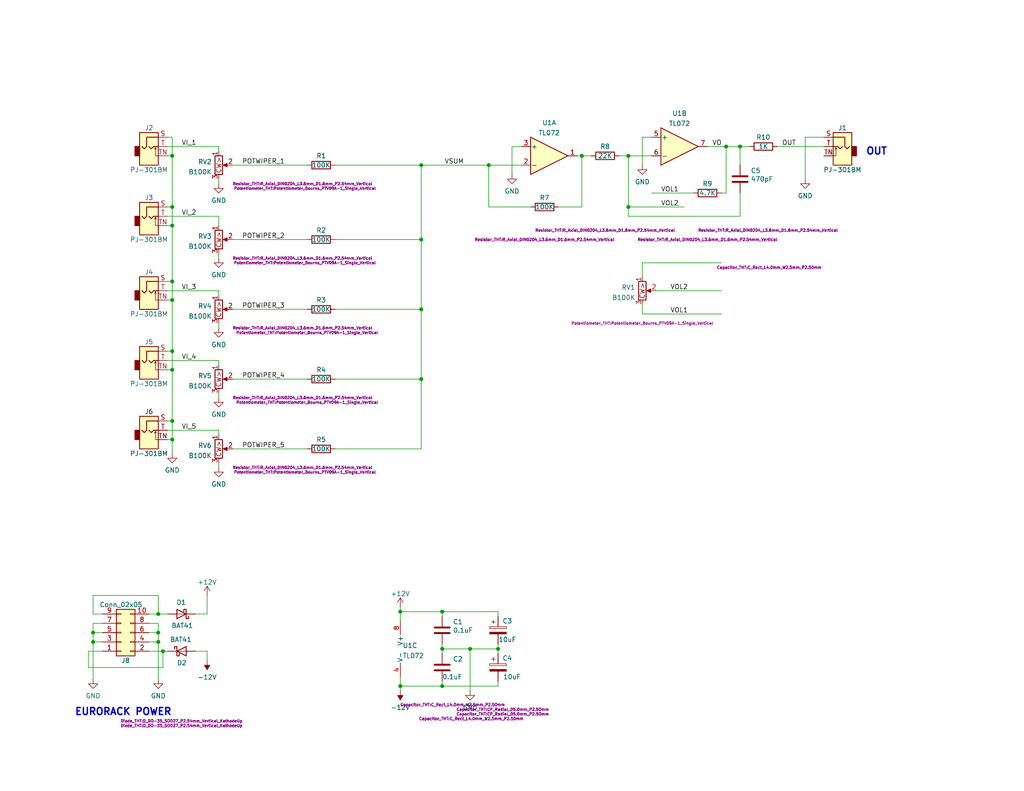
<source format=kicad_sch>
(kicad_sch (version 20211123) (generator eeschema)
  (paper "A")
  (title_block (title "SYNTH-MIXER5-01") (date "2022-10-04") (rev "1") (comment 1 "5 CHANNEL MIXER") (comment 2 "https://note.com/solder_state/n/nffc1a33053be"))
  (lib_symbols
    (symbol "Amplifier_Operational:TL072" (pin_names (offset 0.127))
      (property "Reference" "U" (at 0 5.08 0))
      (property "Value" "TL072" (at 0 -5.08 0))
      (symbol "TL072_1_1"
        (polyline (pts (xy -5.08 5.08) (xy 5.08 0) (xy -5.08 -5.08) (xy -5.08 5.08)) (stroke (width 0.254)) (fill (type background)))
        (pin output line (at 7.62 0 180) (length 2.54) (name "~") (number "1"))
        (pin input line (at -7.62 -2.54 0) (length 2.54) (name "-") (number "2"))
        (pin input line (at -7.62 2.54 0) (length 2.54) (name "+") (number "3"))
      )
      (symbol "TL072_2_1"
        (polyline (pts (xy -5.08 5.08) (xy 5.08 0) (xy -5.08 -5.08) (xy -5.08 5.08)) (stroke (width 0.254)) (fill (type background)))
        (pin input line (at -7.62 2.54 0) (length 2.54) (name "+") (number "5"))
        (pin input line (at -7.62 -2.54 0) (length 2.54) (name "-") (number "6"))
        (pin output line (at 7.62 0 180) (length 2.54) (name "~") (number "7"))
      )
      (symbol "TL072_3_1"
        (pin power_in line (at -2.54 -7.62 90) (length 3.81) (name "V-") (number "4"))
        (pin power_in line (at -2.54 7.62 270) (length 3.81) (name "V+") (number "8"))
      )
    )
    (symbol "Connector:AudioJack2_SwitchT"
      (property "Reference" "J" (at 0 8.89 0))
      (property "Value" "AudioJack2_SwitchT" (at 0 6.35 0))
      (symbol "AudioJack2_SwitchT_0_1"
        (rectangle (start -2.54 0) (end -3.81 -2.54) (stroke (width 0.254)) (fill (type outline)))
        (polyline (pts (xy 1.778 -0.254) (xy 2.032 -0.762)))
        (polyline (pts (xy 0 0) (xy 0.635 -0.635) (xy 1.27 0) (xy 2.54 0)) (stroke (width 0.254)))
        (polyline (pts (xy 2.54 -2.54) (xy 1.778 -2.54) (xy 1.778 -0.254) (xy 1.524 -0.762)))
        (polyline (pts (xy 2.54 2.54) (xy -0.635 2.54) (xy -0.635 0) (xy -1.27 -0.635) (xy -1.905 0)) (stroke (width 0.254)))
        (rectangle (start 2.54 3.81) (end -2.54 -5.08) (stroke (width 0.254)) (fill (type background)))
      )
      (symbol "AudioJack2_SwitchT_1_1"
        (pin passive line (at 5.08 2.54 180) (length 2.54) (name "~") (number "S"))
        (pin passive line (at 5.08 0 180) (length 2.54) (name "~") (number "T"))
        (pin passive line (at 5.08 -2.54 180) (length 2.54) (name "~") (number "TN"))
      )
    )
    (symbol "Connector_Generic:Conn_02x05_Odd_Even" (pin_names (offset 1.016) hide)
      (property "Reference" "J" (at 1.27 7.62 0))
      (property "Value" "Conn_02x05_Odd_Even" (at 1.27 -7.62 0))
      (symbol "Conn_02x05_Odd_Even_1_1"
        (rectangle (start -1.27 -4.953) (end 0 -5.207) (stroke (width 0.1524)))
        (rectangle (start -1.27 -2.413) (end 0 -2.667) (stroke (width 0.1524)))
        (rectangle (start -1.27 0.127) (end 0 -0.127) (stroke (width 0.1524)))
        (rectangle (start -1.27 2.667) (end 0 2.413) (stroke (width 0.1524)))
        (rectangle (start -1.27 5.207) (end 0 4.953) (stroke (width 0.1524)))
        (rectangle (start -1.27 6.35) (end 3.81 -6.35) (stroke (width 0.254)) (fill (type background)))
        (rectangle (start 3.81 -4.953) (end 2.54 -5.207) (stroke (width 0.1524)))
        (rectangle (start 3.81 -2.413) (end 2.54 -2.667) (stroke (width 0.1524)))
        (rectangle (start 3.81 0.127) (end 2.54 -0.127) (stroke (width 0.1524)))
        (rectangle (start 3.81 2.667) (end 2.54 2.413) (stroke (width 0.1524)))
        (rectangle (start 3.81 5.207) (end 2.54 4.953) (stroke (width 0.1524)))
        (pin passive line (at -5.08 5.08 0) (length 3.81) (name "Pin_1") (number "1"))
        (pin passive line (at 7.62 -5.08 180) (length 3.81) (name "Pin_10") (number "10"))
        (pin passive line (at 7.62 5.08 180) (length 3.81) (name "Pin_2") (number "2"))
        (pin passive line (at -5.08 2.54 0) (length 3.81) (name "Pin_3") (number "3"))
        (pin passive line (at 7.62 2.54 180) (length 3.81) (name "Pin_4") (number "4"))
        (pin passive line (at -5.08 0 0) (length 3.81) (name "Pin_5") (number "5"))
        (pin passive line (at 7.62 0 180) (length 3.81) (name "Pin_6") (number "6"))
        (pin passive line (at -5.08 -2.54 0) (length 3.81) (name "Pin_7") (number "7"))
        (pin passive line (at 7.62 -2.54 180) (length 3.81) (name "Pin_8") (number "8"))
        (pin passive line (at -5.08 -5.08 0) (length 3.81) (name "Pin_9") (number "9"))
      )
    )
    (symbol "Device:C" (pin_numbers hide) (pin_names (offset 0.254))
      (property "Reference" "C" (at 0.635 2.54 0))
      (property "Value" "C" (at 0.635 -2.54 0))
      (symbol "C_0_1"
        (polyline (pts (xy -2.032 -0.762) (xy 2.032 -0.762)) (stroke (width 0.508)))
        (polyline (pts (xy -2.032 0.762) (xy 2.032 0.762)) (stroke (width 0.508)))
      )
      (symbol "C_1_1"
        (pin passive line (at 0 3.81 270) (length 2.794) (name "~") (number "1"))
        (pin passive line (at 0 -3.81 90) (length 2.794) (name "~") (number "2"))
      )
    )
    (symbol "Device:C_Polarized" (pin_numbers hide) (pin_names (offset 0.254))
      (property "Reference" "C" (at 0.635 2.54 0))
      (property "Value" "C_Polarized" (at 0.635 -2.54 0))
      (symbol "C_Polarized_0_1"
        (rectangle (start -2.286 0.508) (end 2.286 1.016))
        (polyline (pts (xy -1.778 2.286) (xy -0.762 2.286)))
        (polyline (pts (xy -1.27 2.794) (xy -1.27 1.778)))
        (rectangle (start 2.286 -0.508) (end -2.286 -1.016) (fill (type outline)))
      )
      (symbol "C_Polarized_1_1"
        (pin passive line (at 0 3.81 270) (length 2.794) (name "~") (number "1"))
        (pin passive line (at 0 -3.81 90) (length 2.794) (name "~") (number "2"))
      )
    )
    (symbol "Device:D_Schottky" (pin_numbers hide) (pin_names (offset 1.016) hide)
      (property "Reference" "D" (at 0 2.54 0))
      (property "Value" "D_Schottky" (at 0 -2.54 0))
      (symbol "D_Schottky_0_1"
        (polyline (pts (xy 1.27 0) (xy -1.27 0)))
        (polyline (pts (xy 1.27 1.27) (xy 1.27 -1.27) (xy -1.27 0) (xy 1.27 1.27)) (stroke (width 0.254)))
        (polyline (pts (xy -1.905 0.635) (xy -1.905 1.27) (xy -1.27 1.27) (xy -1.27 -1.27) (xy -0.635 -1.27) (xy -0.635 -0.635)) (stroke (width 0.254)))
      )
      (symbol "D_Schottky_1_1"
        (pin passive line (at -3.81 0 0) (length 2.54) (name "K") (number "1"))
        (pin passive line (at 3.81 0 180) (length 2.54) (name "A") (number "2"))
      )
    )
    (symbol "Device:R" (pin_numbers hide) (pin_names (offset 0))
      (property "Reference" "R" (at 2.032 0 90))
      (property "Value" "R" (at 0 0 90))
      (symbol "R_0_1"
        (rectangle (start -1.016 -2.54) (end 1.016 2.54) (stroke (width 0.254)))
      )
      (symbol "R_1_1"
        (pin passive line (at 0 3.81 270) (length 1.27) (name "~") (number "1"))
        (pin passive line (at 0 -3.81 90) (length 1.27) (name "~") (number "2"))
      )
    )
    (symbol "LandBoards_Conns:R_Pot_CW" (pin_names (offset 1.016) hide)
      (property "Reference" "RV" (at -1.27 1.27 0))
      (property "Value" "R_Pot_CW" (at -1.27 -1.27 0))
      (symbol "R_Pot_CW_0_0"
        (text "CW>" (at 0 0 900) (effects (font (size 1.27 1.27))))
      )
      (symbol "R_Pot_CW_0_1"
        (polyline (pts (xy 2.54 0) (xy 1.524 0)))
        (polyline (pts (xy 1.143 0) (xy 2.286 0.508) (xy 2.286 -0.508) (xy 1.143 0)) (fill (type outline)))
        (rectangle (start 1.016 2.54) (end -1.016 -2.54) (stroke (width 0.254)))
      )
      (symbol "R_Pot_CW_1_1"
        (pin passive line (at 0 3.81 270) (length 1.27) (name "1") (number "1"))
        (pin passive line (at 3.81 0 180) (length 1.27) (name "2") (number "2"))
        (pin passive line (at 0 -3.81 90) (length 1.27) (name "3") (number "3"))
      )
    )
    (symbol "power:+12V" (power) (pin_names (offset 0))
      (property "Value" "+12V" (at 0 3.556 0))
      (symbol "+12V_0_1"
        (polyline (pts (xy -0.762 1.27) (xy 0 2.54)))
        (polyline (pts (xy 0 0) (xy 0 2.54)))
        (polyline (pts (xy 0 2.54) (xy 0.762 1.27)))
      )
      (symbol "+12V_1_1"
        (pin power_in line (at 0 0 90) (length 0) hide (name "+12V") (number "1"))
      )
    )
    (symbol "power:-12V" (power) (pin_names (offset 0))
      (property "Value" "-12V" (at 0 3.81 0))
      (symbol "-12V_0_0"
        (pin power_in line (at 0 0 90) (length 0) hide (name "-12V") (number "1"))
      )
      (symbol "-12V_0_1"
        (polyline (pts (xy 0 0) (xy 0 1.27) (xy 0.762 1.27) (xy 0 2.54) (xy -0.762 1.27) (xy 0 1.27)) (fill (type outline)))
      )
    )
    (symbol "power:GND" (power) (pin_names (offset 0))
      (property "Value" "GND" (at 0 -3.81 0))
      (symbol "GND_0_1"
        (polyline (pts (xy 0 0) (xy 0 -1.27) (xy 1.27 -1.27) (xy 0 -2.54) (xy -1.27 -1.27) (xy 0 -1.27)))
      )
      (symbol "GND_1_1"
        (pin power_in line (at 0 0 270) (length 0) hide (name "GND") (number "1"))
      )
    )
  )
  (junction (at 133.35 45.085))
  (junction (at 46.99 56.515))
  (junction (at 114.935 84.455))
  (junction (at 46.99 42.545))
  (junction (at 114.935 45.085))
  (junction (at 109.22 167.005))
  (junction (at 128.27 177.165))
  (junction (at 25.4 172.72))
  (junction (at 114.935 65.405))
  (junction (at 46.99 81.915))
  (junction (at 46.99 114.935))
  (junction (at 171.45 42.545))
  (junction (at 44.45 177.8))
  (junction (at 114.935 103.505))
  (junction (at 46.99 95.885))
  (junction (at 46.99 120.015))
  (junction (at 109.22 187.325))
  (junction (at 46.99 76.835))
  (junction (at 201.93 40.005))
  (junction (at 171.45 56.515))
  (junction (at 43.18 175.26))
  (junction (at 120.65 187.325))
  (junction (at 43.18 167.64))
  (junction (at 120.65 177.165))
  (junction (at 46.99 100.965))
  (junction (at 120.65 167.005))
  (junction (at 135.89 177.165))
  (junction (at 25.4 175.26))
  (junction (at 46.99 61.595))
  (junction (at 198.12 40.005))
  (junction (at 158.75 42.545))
  (junction (at 43.18 172.72))
  (wire (pts (xy 25.4 170.18) (xy 25.4 172.72)))
  (wire (pts (xy 46.99 81.915) (xy 46.99 95.885)))
  (wire (pts (xy 91.44 103.505) (xy 114.935 103.505)))
  (wire (pts (xy 46.99 61.595) (xy 46.99 76.835)))
  (wire (pts (xy 43.18 162.56) (xy 43.18 167.64)))
  (wire (pts (xy 53.34 177.8) (xy 56.515 177.8)))
  (wire (pts (xy 59.69 88.265) (xy 59.69 89.535)))
  (wire (pts (xy 45.72 98.425) (xy 59.69 98.425)))
  (wire (pts (xy 46.99 120.015) (xy 45.72 120.015)))
  (wire (pts (xy 59.69 69.215) (xy 59.69 70.485)))
  (wire (pts (xy 25.4 175.26) (xy 27.94 175.26)))
  (wire (pts (xy 171.45 56.515) (xy 171.45 59.055)))
  (wire (pts (xy 120.65 167.005) (xy 135.89 167.005)))
  (wire (pts (xy 27.94 170.18) (xy 25.4 170.18)))
  (wire (pts (xy 114.935 45.085) (xy 133.35 45.085)))
  (wire (pts (xy 25.4 172.72) (xy 25.4 175.26)))
  (wire (pts (xy 114.935 65.405) (xy 114.935 84.455)))
  (wire (pts (xy 135.89 187.325) (xy 135.89 186.055)))
  (wire (pts (xy 128.27 177.165) (xy 135.89 177.165)))
  (wire (pts (xy 46.99 114.935) (xy 46.99 120.015)))
  (wire (pts (xy 27.94 167.64) (xy 25.4 167.64)))
  (wire (pts (xy 46.99 100.965) (xy 46.99 114.935)))
  (wire (pts (xy 56.515 162.56) (xy 56.515 167.64)))
  (wire (pts (xy 46.99 61.595) (xy 45.72 61.595)))
  (wire (pts (xy 135.89 167.005) (xy 135.89 168.275)))
  (wire (pts (xy 109.22 187.325) (xy 120.65 187.325)))
  (wire (pts (xy 135.89 177.165) (xy 135.89 175.895)))
  (wire (pts (xy 139.7 47.625) (xy 139.7 40.005)))
  (wire (pts (xy 171.45 42.545) (xy 171.45 56.515)))
  (wire (pts (xy 53.34 167.64) (xy 56.515 167.64)))
  (wire (pts (xy 27.94 177.8) (xy 24.13 177.8)))
  (wire (pts (xy 59.69 118.745) (xy 59.69 117.475)))
  (wire (pts (xy 46.99 120.015) (xy 46.99 123.825)))
  (wire (pts (xy 46.99 42.545) (xy 46.99 56.515)))
  (wire (pts (xy 120.65 187.325) (xy 135.89 187.325)))
  (wire (pts (xy 45.72 117.475) (xy 59.69 117.475)))
  (wire (pts (xy 44.45 177.8) (xy 45.72 177.8)))
  (wire (pts (xy 45.72 37.465) (xy 46.99 37.465)))
  (wire (pts (xy 46.99 37.465) (xy 46.99 42.545)))
  (wire (pts (xy 40.64 167.64) (xy 43.18 167.64)))
  (wire (pts (xy 59.69 40.005) (xy 59.69 41.275)))
  (wire (pts (xy 43.18 167.64) (xy 45.72 167.64)))
  (wire (pts (xy 204.47 40.005) (xy 201.93 40.005)))
  (wire (pts (xy 177.8 52.705) (xy 189.23 52.705)))
  (wire (pts (xy 45.72 114.935) (xy 46.99 114.935)))
  (wire (pts (xy 120.65 175.895) (xy 120.65 177.165)))
  (wire (pts (xy 44.45 182.245) (xy 24.13 182.245)))
  (wire (pts (xy 168.91 42.545) (xy 171.45 42.545)))
  (wire (pts (xy 175.26 85.725) (xy 196.85 85.725)))
  (wire (pts (xy 59.69 61.595) (xy 59.69 59.055)))
  (wire (pts (xy 46.99 42.545) (xy 45.72 42.545)))
  (wire (pts (xy 91.44 122.555) (xy 114.935 122.555)))
  (wire (pts (xy 44.45 177.8) (xy 44.45 182.245)))
  (wire (pts (xy 83.82 84.455) (xy 63.5 84.455)))
  (wire (pts (xy 157.48 42.545) (xy 158.75 42.545)))
  (wire (pts (xy 175.26 45.085) (xy 175.26 37.465)))
  (wire (pts (xy 144.78 56.515) (xy 133.35 56.515)))
  (wire (pts (xy 133.35 45.085) (xy 142.24 45.085)))
  (wire (pts (xy 43.18 175.26) (xy 43.18 185.42)))
  (wire (pts (xy 158.75 56.515) (xy 152.4 56.515)))
  (wire (pts (xy 91.44 84.455) (xy 114.935 84.455)))
  (wire (pts (xy 25.4 167.64) (xy 25.4 162.56)))
  (wire (pts (xy 45.72 76.835) (xy 46.99 76.835)))
  (wire (pts (xy 45.72 56.515) (xy 46.99 56.515)))
  (wire (pts (xy 43.18 170.18) (xy 43.18 172.72)))
  (wire (pts (xy 196.85 52.705) (xy 198.12 52.705)))
  (wire (pts (xy 83.82 122.555) (xy 63.5 122.555)))
  (wire (pts (xy 25.4 162.56) (xy 43.18 162.56)))
  (wire (pts (xy 40.64 170.18) (xy 43.18 170.18)))
  (wire (pts (xy 171.45 59.055) (xy 201.93 59.055)))
  (wire (pts (xy 158.75 42.545) (xy 158.75 56.515)))
  (wire (pts (xy 40.64 175.26) (xy 43.18 175.26)))
  (wire (pts (xy 109.22 187.325) (xy 109.22 188.595)))
  (wire (pts (xy 45.72 95.885) (xy 46.99 95.885)))
  (wire (pts (xy 139.7 40.005) (xy 142.24 40.005)))
  (wire (pts (xy 109.22 165.735) (xy 109.22 167.005)))
  (wire (pts (xy 46.99 56.515) (xy 46.99 61.595)))
  (wire (pts (xy 219.71 37.465) (xy 219.71 48.895)))
  (wire (pts (xy 59.69 107.315) (xy 59.69 108.585)))
  (wire (pts (xy 109.22 167.005) (xy 109.22 169.545)))
  (wire (pts (xy 201.93 40.005) (xy 198.12 40.005)))
  (wire (pts (xy 175.26 71.755) (xy 196.85 71.755)))
  (wire (pts (xy 120.65 177.165) (xy 128.27 177.165)))
  (wire (pts (xy 109.22 184.785) (xy 109.22 187.325)))
  (wire (pts (xy 120.65 186.055) (xy 120.65 187.325)))
  (wire (pts (xy 59.69 80.645) (xy 59.69 79.375)))
  (wire (pts (xy 46.99 76.835) (xy 46.99 81.915)))
  (wire (pts (xy 120.65 167.005) (xy 120.65 168.275)))
  (wire (pts (xy 201.93 40.005) (xy 201.93 45.085)))
  (wire (pts (xy 25.4 175.26) (xy 25.4 185.42)))
  (wire (pts (xy 133.35 56.515) (xy 133.35 45.085)))
  (wire (pts (xy 201.93 59.055) (xy 201.93 52.705)))
  (wire (pts (xy 114.935 103.505) (xy 114.935 122.555)))
  (wire (pts (xy 56.515 177.8) (xy 56.515 180.34)))
  (wire (pts (xy 59.69 48.895) (xy 59.69 50.165)))
  (wire (pts (xy 46.99 81.915) (xy 45.72 81.915)))
  (wire (pts (xy 45.72 40.005) (xy 59.69 40.005)))
  (wire (pts (xy 43.18 172.72) (xy 43.18 175.26)))
  (wire (pts (xy 212.09 40.005) (xy 224.79 40.005)))
  (wire (pts (xy 179.07 79.375) (xy 196.85 79.375)))
  (wire (pts (xy 175.26 37.465) (xy 177.8 37.465)))
  (wire (pts (xy 40.64 177.8) (xy 44.45 177.8)))
  (wire (pts (xy 171.45 56.515) (xy 186.69 56.515)))
  (wire (pts (xy 45.72 79.375) (xy 59.69 79.375)))
  (wire (pts (xy 91.44 65.405) (xy 114.935 65.405)))
  (wire (pts (xy 171.45 42.545) (xy 177.8 42.545)))
  (wire (pts (xy 59.69 99.695) (xy 59.69 98.425)))
  (wire (pts (xy 24.13 182.245) (xy 24.13 177.8)))
  (wire (pts (xy 175.26 83.185) (xy 175.26 85.725)))
  (wire (pts (xy 135.89 178.435) (xy 135.89 177.165)))
  (wire (pts (xy 109.22 167.005) (xy 120.65 167.005)))
  (wire (pts (xy 91.44 45.085) (xy 114.935 45.085)))
  (wire (pts (xy 63.5 65.405) (xy 83.82 65.405)))
  (wire (pts (xy 158.75 42.545) (xy 161.29 42.545)))
  (wire (pts (xy 120.65 177.165) (xy 120.65 178.435)))
  (wire (pts (xy 40.64 172.72) (xy 43.18 172.72)))
  (wire (pts (xy 25.4 172.72) (xy 27.94 172.72)))
  (wire (pts (xy 175.26 75.565) (xy 175.26 71.755)))
  (wire (pts (xy 114.935 45.085) (xy 114.935 65.405)))
  (wire (pts (xy 59.69 126.365) (xy 59.69 127.635)))
  (wire (pts (xy 224.79 37.465) (xy 219.71 37.465)))
  (wire (pts (xy 114.935 84.455) (xy 114.935 103.505)))
  (wire (pts (xy 198.12 52.705) (xy 198.12 40.005)))
  (wire (pts (xy 128.27 177.165) (xy 128.27 188.595)))
  (wire (pts (xy 46.99 95.885) (xy 46.99 100.965)))
  (wire (pts (xy 45.72 59.055) (xy 59.69 59.055)))
  (wire (pts (xy 198.12 40.005) (xy 193.04 40.005)))
  (wire (pts (xy 63.5 45.085) (xy 83.82 45.085)))
  (wire (pts (xy 83.82 103.505) (xy 63.5 103.505)))
  (wire (pts (xy 46.99 100.965) (xy 45.72 100.965)))
  (text "EURORACK POWER" (at 20.32 195.58 0) (effects (font (size 1.905 1.905) (thickness 0.381) bold) (justify left bottom)))
  (text "OUT" (at 236.22 42.545 0) (effects (font (size 1.905 1.905) (thickness 0.381) bold) (justify left bottom)))
  (label "VOL2" (at 180.34 56.515 0))
  (label "VI_2" (at 49.53 59.055 0))
  (label "POTWIPER_2" (at 66.04 65.405 0))
  (label "POTWIPER_3" (at 66.04 84.455 0))
  (label "VSUM" (at 121.285 45.085 0))
  (label "VI_3" (at 49.53 79.375 0))
  (label "OUT" (at 213.36 40.005 0))
  (label "VI_4" (at 49.53 98.425 0))
  (label "POTWIPER_1" (at 66.04 45.085 0))
  (label "VOL2" (at 182.88 79.375 0))
  (label "VOL1" (at 180.34 52.705 0))
  (label "VO" (at 194.31 40.005 0))
  (label "POTWIPER_5" (at 66.04 122.555 0))
  (label "VI_5" (at 49.53 117.475 0))
  (label "VI_1" (at 49.53 40.005 0))
  (label "POTWIPER_4" (at 66.04 103.505 0))
  (label "VOL1" (at 182.88 85.725 0))
  (symbol (lib_id "power:GND") (at 25.4 185.42 0) (unit 1)
    (property "Reference" "#PWR0114" (effects hide))
    (property "Value" "GND" (at 25.4 189.9825 0))
  )
  (symbol (lib_id "Device:R") (at 87.63 122.555 90) (unit 1)
    (property "Reference" "R5" (at 87.63 120.015 90))
    (property "Value" "100K" (at 87.63 122.555 90))
    (property "Footprint" "Resistor_THT:R_Axial_DIN0204_L3.6mm_D1.6mm_P2.54mm_Vertical" (at 82.55 127.635 90) (effects (font (size 0.762 0.762))))
  )
  (symbol (lib_id "power:+12V") (at 56.515 162.56 0) (unit 1)
    (property "Reference" "#PWR0115" (effects hide))
    (property "Value" "+12V" (at 56.515 158.9555 0))
  )
  (symbol (lib_id "LandBoards_Conns:R_Pot_CW") (at 175.26 79.375 0) (unit 1)
    (property "Reference" "RV1" (at 173.3645 78.4665 0) (effects (justify right)))
    (property "Value" "B100K" (at 173.3645 81.2416 0) (effects (justify right)))
    (property "Footprint" "Potentiometer_THT:Potentiometer_Bourns_PTV09A-1_Single_Vertical" (at 175.26 88.265 0) (effects (font (size 0.762 0.762))))
  )
  (symbol (lib_id "power:GND") (at 59.69 50.165 0) (unit 1)
    (property "Reference" "#PWR0101" (effects hide))
    (property "Value" "GND" (at 59.69 54.7275 0))
  )
  (symbol (lib_id "Connector:AudioJack2_SwitchT") (at 229.87 40.005 0) (mirror y) (unit 1)
    (property "Reference" "J1" (at 229.87 34.925 0))
    (property "Value" "PJ-301BM" (at 229.87 46.355 0))
    (property "Footprint" "AudioJacks:Jack_3.5mm_QingPu_WQP-PJ301BM_Vertical" (effects hide))
  )
  (symbol (lib_id "Connector:AudioJack2_SwitchT") (at 40.64 59.055 0) (unit 1)
    (property "Reference" "J3" (at 40.64 53.975 0))
    (property "Value" "PJ-301BM" (at 40.64 65.405 0))
    (property "Footprint" "AudioJacks:Jack_3.5mm_QingPu_WQP-PJ301BM_Vertical" (effects hide))
  )
  (symbol (lib_id "Device:D_Schottky") (at 49.53 177.8 0) (unit 1)
    (property "Reference" "D2" (at 48.26 180.975 0) (effects (justify left)))
    (property "Value" "BAT41" (at 46.355 174.625 0) (effects (justify left)))
    (property "Footprint" "Diode_THT:D_DO-35_SOD27_P2.54mm_Vertical_KathodeUp" (at 49.53 198.12 0) (effects (font (size 0.762 0.762))))
  )
  (symbol (lib_id "power:GND") (at 59.69 108.585 0) (unit 1)
    (property "Reference" "#PWR0111" (effects hide))
    (property "Value" "GND" (at 59.69 113.1475 0))
  )
  (symbol (lib_id "Device:R") (at 87.63 45.085 90) (unit 1)
    (property "Reference" "R1" (at 87.63 42.545 90))
    (property "Value" "100K" (at 87.63 45.085 90))
    (property "Footprint" "Resistor_THT:R_Axial_DIN0204_L3.6mm_D1.6mm_P2.54mm_Vertical" (at 82.55 50.165 90) (effects (font (size 0.762 0.762))))
  )
  (symbol (lib_id "Amplifier_Operational:TL072") (at 185.42 40.005 0) (unit 2)
    (property "Reference" "U1" (at 185.42 30.9585 0))
    (property "Value" "TL072" (at 185.42 33.7336 0))
    (property "Footprint" "Package_DIP:DIP-8_W7.62mm" (effects hide))
    (property "Datasheet" "https://store.synthrotek.com/TL072P-Op-Amp_p_418.html" (effects hide))
  )
  (symbol (lib_id "LandBoards_Conns:R_Pot_CW") (at 59.69 103.505 0) (unit 1)
    (property "Reference" "RV5" (at 57.7945 102.5965 0) (effects (justify right)))
    (property "Value" "B100K" (at 57.7945 105.3716 0) (effects (justify right)))
    (property "Footprint" "Potentiometer_THT:Potentiometer_Bourns_PTV09A-1_Single_Vertical" (at 83.82 109.855 0) (effects (font (size 0.762 0.762))))
  )
  (symbol (lib_id "Device:R") (at 87.63 84.455 90) (unit 1)
    (property "Reference" "R3" (at 87.63 81.915 90))
    (property "Value" "100K" (at 87.63 84.455 90))
    (property "Footprint" "Resistor_THT:R_Axial_DIN0204_L3.6mm_D1.6mm_P2.54mm_Vertical" (at 82.55 89.535 90) (effects (font (size 0.762 0.762))))
  )
  (symbol (lib_id "power:+12V") (at 109.22 165.735 0) (unit 1)
    (property "Reference" "#PWR0107" (effects hide))
    (property "Value" "+12V" (at 109.22 162.1305 0))
  )
  (symbol (lib_id "power:GND") (at 128.27 188.595 0) (unit 1)
    (property "Reference" "#PWR0106" (effects hide))
    (property "Value" "GND" (at 128.27 193.1575 0))
  )
  (symbol (lib_id "Device:R") (at 208.28 40.005 90) (unit 1)
    (property "Reference" "R10" (at 208.28 37.465 90))
    (property "Value" "1K" (at 208.28 40.005 90))
    (property "Footprint" "Resistor_THT:R_Axial_DIN0204_L3.6mm_D1.6mm_P2.54mm_Vertical" (at 209.55 62.865 90) (effects (font (size 0.762 0.762))))
  )
  (symbol (lib_id "Device:D_Schottky") (at 49.53 167.64 180) (unit 1)
    (property "Reference" "D1" (at 50.8 164.465 0) (effects (justify left)))
    (property "Value" "BAT41" (at 52.705 170.815 0) (effects (justify left)))
    (property "Footprint" "Diode_THT:D_DO-35_SOD27_P2.54mm_Vertical_KathodeUp" (at 49.53 196.85 0) (effects (font (size 0.762 0.762))))
  )
  (symbol (lib_id "power:GND") (at 46.99 123.825 0) (unit 1)
    (property "Reference" "#PWR0102" (effects hide))
    (property "Value" "GND" (at 46.99 128.3875 0))
  )
  (symbol (lib_id "Device:R") (at 165.1 42.545 90) (unit 1)
    (property "Reference" "R8" (at 165.1 40.005 90))
    (property "Value" "22K" (at 165.1 42.545 90))
    (property "Footprint" "Resistor_THT:R_Axial_DIN0204_L3.6mm_D1.6mm_P2.54mm_Vertical" (at 165.1 62.865 90) (effects (font (size 0.762 0.762))))
  )
  (symbol (lib_id "power:GND") (at 139.7 47.625 0) (unit 1)
    (property "Reference" "#PWR0117" (effects hide))
    (property "Value" "GND" (at 139.7 52.1875 0))
  )
  (symbol (lib_id "LandBoards_Conns:R_Pot_CW") (at 59.69 122.555 0) (unit 1)
    (property "Reference" "RV6" (at 57.7945 121.6465 0) (effects (justify right)))
    (property "Value" "B100K" (at 57.7945 124.4216 0) (effects (justify right)))
    (property "Footprint" "Potentiometer_THT:Potentiometer_Bourns_PTV09A-1_Single_Vertical" (at 83.185 128.905 0) (effects (font (size 0.762 0.762))))
  )
  (symbol (lib_id "Device:C_Polarized") (at 135.89 182.245 0) (unit 1)
    (property "Reference" "C4" (at 138.43 179.705 0))
    (property "Value" "10uF" (at 139.7 184.785 0))
    (property "Footprint" "Capacitor_THT:CP_Radial_D5.0mm_P2.50mm" (at 137.16 193.675 0) (effects (font (size 0.762 0.762))))
  )
  (symbol (lib_id "power:GND") (at 59.69 89.535 0) (unit 1)
    (property "Reference" "#PWR0108" (effects hide))
    (property "Value" "GND" (at 59.69 94.0975 0))
  )
  (symbol (lib_id "LandBoards_Conns:R_Pot_CW") (at 59.69 65.405 0) (unit 1)
    (property "Reference" "RV3" (at 57.7945 64.4965 0) (effects (justify right)))
    (property "Value" "B100K" (at 57.7945 67.2716 0) (effects (justify right)))
    (property "Footprint" "Potentiometer_THT:Potentiometer_Bourns_PTV09A-1_Single_Vertical" (at 83.185 71.755 0) (effects (font (size 0.762 0.762))))
  )
  (symbol (lib_id "Device:R") (at 87.63 103.505 90) (unit 1)
    (property "Reference" "R4" (at 87.63 100.965 90))
    (property "Value" "100K" (at 87.63 103.505 90))
    (property "Footprint" "Resistor_THT:R_Axial_DIN0204_L3.6mm_D1.6mm_P2.54mm_Vertical" (at 82.55 108.585 90) (effects (font (size 0.762 0.762))))
  )
  (symbol (lib_id "power:GND") (at 43.18 185.42 0) (unit 1)
    (property "Reference" "#PWR0112" (effects hide))
    (property "Value" "GND" (at 43.18 189.9825 0))
  )
  (symbol (lib_id "power:GND") (at 175.26 45.085 0) (unit 1)
    (property "Reference" "#PWR0118" (effects hide))
    (property "Value" "GND" (at 175.26 49.6475 0))
  )
  (symbol (lib_id "Device:C_Polarized") (at 135.89 172.085 0) (unit 1)
    (property "Reference" "C3" (at 138.43 169.545 0))
    (property "Value" "10uF" (at 138.43 174.625 0))
    (property "Footprint" "Capacitor_THT:CP_Radial_D5.0mm_P2.50mm" (at 137.16 194.945 0) (effects (font (size 0.762 0.762))))
  )
  (symbol (lib_id "Device:C") (at 120.65 182.245 0) (unit 1)
    (property "Reference" "C2" (at 123.571 179.9336 0) (effects (justify left)))
    (property "Value" "0.1uF" (at 120.65 184.785 0) (effects (justify left)))
    (property "Footprint" "Capacitor_THT:C_Rect_L4.0mm_W2.5mm_P2.50mm" (at 109.22 192.405 0) (effects (font (size 0.762 0.762)) (justify left)))
  )
  (symbol (lib_id "power:-12V") (at 56.515 180.34 180) (unit 1)
    (property "Reference" "#PWR0113" (effects hide))
    (property "Value" "-12V" (at 56.515 184.9025 0))
  )
  (symbol (lib_id "Device:R") (at 87.63 65.405 90) (unit 1)
    (property "Reference" "R2" (at 87.63 62.865 90))
    (property "Value" "100K" (at 87.63 65.405 90))
    (property "Footprint" "Resistor_THT:R_Axial_DIN0204_L3.6mm_D1.6mm_P2.54mm_Vertical" (at 82.55 70.485 90) (effects (font (size 0.762 0.762))))
  )
  (symbol (lib_id "Connector:AudioJack2_SwitchT") (at 40.64 40.005 0) (unit 1)
    (property "Reference" "J2" (at 40.64 34.925 0))
    (property "Value" "PJ-301BM" (at 40.64 46.355 0))
    (property "Footprint" "AudioJacks:Jack_3.5mm_QingPu_WQP-PJ301BM_Vertical" (effects hide))
  )
  (symbol (lib_id "Amplifier_Operational:TL072") (at 111.76 177.165 0) (unit 3)
    (property "Reference" "U1" (at 109.855 176.2565 0) (effects (justify left)))
    (property "Value" "TL072" (at 109.855 179.0316 0) (effects (justify left)))
    (property "Footprint" "Package_DIP:DIP-8_W7.62mm" (effects hide))
    (property "Datasheet" "https://store.synthrotek.com/TL072P-Op-Amp_p_418.html" (effects hide))
  )
  (symbol (lib_id "Connector:AudioJack2_SwitchT") (at 40.64 117.475 0) (unit 1)
    (property "Reference" "J6" (at 40.64 112.395 0))
    (property "Value" "PJ-301BM" (at 40.64 123.825 0))
    (property "Footprint" "AudioJacks:Jack_3.5mm_QingPu_WQP-PJ301BM_Vertical" (effects hide))
  )
  (symbol (lib_id "Connector:AudioJack2_SwitchT") (at 40.64 79.375 0) (unit 1)
    (property "Reference" "J4" (at 40.64 74.295 0))
    (property "Value" "PJ-301BM" (at 40.64 85.725 0))
    (property "Footprint" "AudioJacks:Jack_3.5mm_QingPu_WQP-PJ301BM_Vertical" (effects hide))
  )
  (symbol (lib_id "LandBoards_Conns:R_Pot_CW") (at 59.69 84.455 0) (unit 1)
    (property "Reference" "RV4" (at 57.7945 83.5465 0) (effects (justify right)))
    (property "Value" "B100K" (at 57.7945 86.3216 0) (effects (justify right)))
    (property "Footprint" "Potentiometer_THT:Potentiometer_Bourns_PTV09A-1_Single_Vertical" (at 83.82 90.805 0) (effects (font (size 0.762 0.762))))
  )
  (symbol (lib_id "Device:R") (at 148.59 56.515 90) (unit 1)
    (property "Reference" "R7" (at 148.59 53.975 90))
    (property "Value" "100K" (at 148.59 56.515 90))
    (property "Footprint" "Resistor_THT:R_Axial_DIN0204_L3.6mm_D1.6mm_P2.54mm_Vertical" (at 148.59 65.405 90) (effects (font (size 0.762 0.762))))
  )
  (symbol (lib_id "Connector_Generic:Conn_02x05_Odd_Even") (at 33.02 172.72 0) (mirror x) (unit 1)
    (property "Reference" "J8" (at 34.29 180.34 0))
    (property "Value" "Conn_02x05" (at 33.02 165.1 0))
    (property "Footprint" "Connector_IDC:IDC-Header_2x05_P2.54mm_Vertical" (effects hide))
    (property "Datasheet" "https://store.synthrotek.com/10-Pin_Keyed_Shrouded_Eurorack_Power_Header" (effects hide))
  )
  (symbol (lib_id "Amplifier_Operational:TL072") (at 149.86 42.545 0) (unit 1)
    (property "Reference" "U1" (at 149.86 33.4985 0))
    (property "Value" "TL072" (at 149.86 36.2736 0))
    (property "Footprint" "Package_DIP:DIP-8_W7.62mm" (effects hide))
    (property "Datasheet" "https://store.synthrotek.com/TL072P-Op-Amp_p_418.html" (effects hide))
  )
  (symbol (lib_id "power:GND") (at 59.69 70.485 0) (unit 1)
    (property "Reference" "#PWR0109" (effects hide))
    (property "Value" "GND" (at 59.69 75.0475 0))
  )
  (symbol (lib_id "Device:C") (at 201.93 48.895 0) (unit 1)
    (property "Reference" "C5" (at 204.851 46.5836 0) (effects (justify left)))
    (property "Value" "470pF" (at 204.851 48.895 0) (effects (justify left)))
    (property "Footprint" "Capacitor_THT:C_Rect_L4.0mm_W2.5mm_P2.50mm" (at 195.58 73.025 0) (effects (font (size 0.762 0.762)) (justify left)))
  )
  (symbol (lib_id "Device:R") (at 193.04 52.705 90) (unit 1)
    (property "Reference" "R9" (at 193.04 50.165 90))
    (property "Value" "4.7K" (at 193.04 52.705 90))
    (property "Footprint" "Resistor_THT:R_Axial_DIN0204_L3.6mm_D1.6mm_P2.54mm_Vertical" (at 193.04 65.405 90) (effects (font (size 0.762 0.762))))
  )
  (symbol (lib_id "Device:C") (at 120.65 172.085 0) (unit 1)
    (property "Reference" "C1" (at 123.571 169.7736 0) (effects (justify left)))
    (property "Value" "0.1uF" (at 123.571 172.085 0) (effects (justify left)))
    (property "Footprint" "Capacitor_THT:C_Rect_L4.0mm_W2.5mm_P2.50mm" (at 114.3 196.215 0) (effects (font (size 0.762 0.762)) (justify left)))
  )
  (symbol (lib_id "power:GND") (at 219.71 48.895 0) (unit 1)
    (property "Reference" "#PWR0119" (effects hide))
    (property "Value" "GND" (at 219.71 53.4575 0))
  )
  (symbol (lib_id "power:-12V") (at 109.22 188.595 180) (unit 1)
    (property "Reference" "#PWR0105" (effects hide))
    (property "Value" "-12V" (at 109.22 193.1575 0))
  )
  (symbol (lib_id "Connector:AudioJack2_SwitchT") (at 40.64 98.425 0) (unit 1)
    (property "Reference" "J5" (at 40.64 93.345 0))
    (property "Value" "PJ-301BM" (at 40.64 104.775 0))
    (property "Footprint" "AudioJacks:Jack_3.5mm_QingPu_WQP-PJ301BM_Vertical" (effects hide))
  )
  (symbol (lib_id "power:GND") (at 59.69 127.635 0) (unit 1)
    (property "Reference" "#PWR0103" (effects hide))
    (property "Value" "GND" (at 59.69 132.1975 0))
  )
  (symbol (lib_id "LandBoards_Conns:R_Pot_CW") (at 59.69 45.085 0) (unit 1)
    (property "Reference" "RV2" (at 57.7945 44.1765 0) (effects (justify right)))
    (property "Value" "B100K" (at 57.7945 46.9516 0) (effects (justify right)))
    (property "Footprint" "Potentiometer_THT:Potentiometer_Bourns_PTV09A-1_Single_Vertical" (at 83.185 51.435 0) (effects (font (size 0.762 0.762))))
  )
)
</source>
